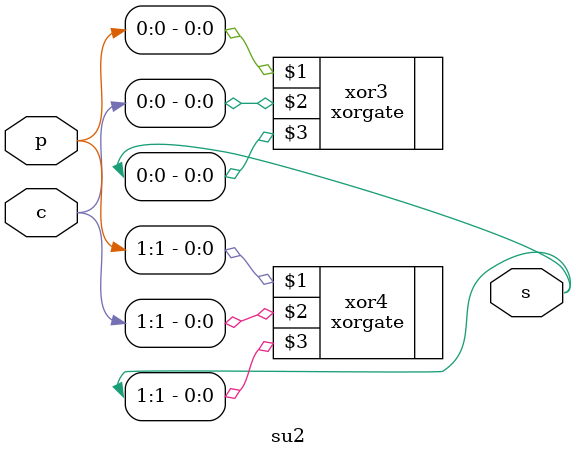
<source format=v>
module su2
(
  input [1:0] p,c,
  output [1:0] s
);
xorgate xor3 ( p[0], c[0], s[0] );
xorgate xor4 ( p[1], c[1], s[1] );

endmodule


</source>
